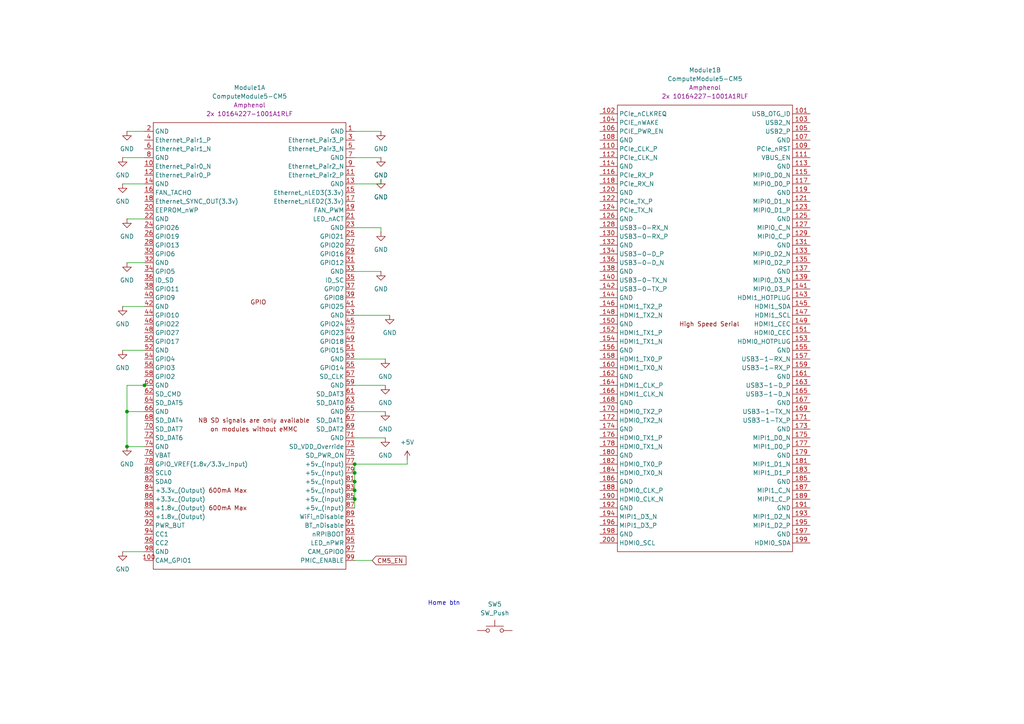
<source format=kicad_sch>
(kicad_sch (version 20250114) (generator "eeschema") (generator_version "9.0")
  (paper "A4")
  (lib_symbols
    (symbol "CM5_HighSpeedBreakout:ComputeModule5-CM5"
      (property "Reference" "Module" (at 113.03 -68.58 0))
      (property "Value" "ComputeModule5-CM5" (at 140.97 2.54 0))
      (property "Field4" "Amphenol" (at 0 0 0))
      (property "Field5" "2x 10164227-1001A1RLF" (at 0 -2.54 0))
      (symbol "ComputeModule5-CM5_1_0"
        (text "GPIO" (at 0 6.35 0) (effects (font (size 1.27 1.27))))
      )
      (symbol "ComputeModule5-CM5_1_1"
        (rectangle (start -30.48 -71.12) (end 25.4 58.42))
        (text "600mA Max" (at -8.89 -48.26 0) (effects (font (size 1.27 1.27))))
        (text "600mA Max" (at -8.89 -53.34 0) (effects (font (size 1.27 1.27))))
        (text "NB SD signals are only available" (at -1.27 -27.94 0) (effects (font (size 1.27 1.27))))
        (text "on modules without eMMC" (at -1.27 -30.48 0) (effects (font (size 1.27 1.27))))
        (pin power_in line (at -33.02 55.88 0) (length 2.54) (name "GND") (number "2"))
        (pin passive line (at -33.02 53.34 0) (length 2.54) (name "Ethernet_Pair1_P") (number "4"))
        (pin passive line (at -33.02 50.8 0) (length 2.54) (name "Ethernet_Pair1_N") (number "6"))
        (pin power_in line (at -33.02 48.26 0) (length 2.54) (name "GND") (number "8"))
        (pin passive line (at -33.02 45.72 0) (length 2.54) (name "Ethernet_Pair0_N") (number "10"))
        (pin passive line (at -33.02 43.18 0) (length 2.54) (name "Ethernet_Pair0_P") (number "12"))
        (pin power_in line (at -33.02 40.64 0) (length 2.54) (name "GND") (number "14"))
        (pin input line (at -33.02 38.1 0) (length 2.54) (name "FAN_TACHO") (number "16"))
        (pin input line (at -33.02 35.56 0) (length 2.54) (name "Ethernet_SYNC_OUT(3.3v)") (number "18"))
        (pin passive line (at -33.02 33.02 0) (length 2.54) (name "EEPROM_nWP") (number "20"))
        (pin power_in line (at -33.02 30.48 0) (length 2.54) (name "GND") (number "22"))
        (pin passive line (at -33.02 27.94 0) (length 2.54) (name "GPIO26") (number "24"))
        (pin passive line (at -33.02 25.4 0) (length 2.54) (name "GPIO19") (number "26"))
        (pin passive line (at -33.02 22.86 0) (length 2.54) (name "GPIO13") (number "28"))
        (pin passive line (at -33.02 20.32 0) (length 2.54) (name "GPIO6") (number "30"))
        (pin power_in line (at -33.02 17.78 0) (length 2.54) (name "GND") (number "32"))
        (pin passive line (at -33.02 15.24 0) (length 2.54) (name "GPIO5") (number "34"))
        (pin passive line (at -33.02 12.7 0) (length 2.54) (name "ID_SD") (number "36"))
        (pin passive line (at -33.02 10.16 0) (length 2.54) (name "GPIO11") (number "38"))
        (pin passive line (at -33.02 7.62 0) (length 2.54) (name "GPIO9") (number "40"))
        (pin power_in line (at -33.02 5.08 0) (length 2.54) (name "GND") (number "42"))
        (pin passive line (at -33.02 2.54 0) (length 2.54) (name "GPIO10") (number "44"))
        (pin passive line (at -33.02 0 0) (length 2.54) (name "GPIO22") (number "46"))
        (pin passive line (at -33.02 -2.54 0) (length 2.54) (name "GPIO27") (number "48"))
        (pin passive line (at -33.02 -5.08 0) (length 2.54) (name "GPIO17") (number "50"))
        (pin power_in line (at -33.02 -7.62 0) (length 2.54) (name "GND") (number "52"))
        (pin passive line (at -33.02 -10.16 0) (length 2.54) (name "GPIO4") (number "54"))
        (pin passive line (at -33.02 -12.7 0) (length 2.54) (name "GPIO3") (number "56"))
        (pin passive line (at -33.02 -15.24 0) (length 2.54) (name "GPIO2") (number "58"))
        (pin power_in line (at -33.02 -17.78 0) (length 2.54) (name "GND") (number "60"))
        (pin passive line (at -33.02 -20.32 0) (length 2.54) (name "SD_CMD") (number "62"))
        (pin passive line (at -33.02 -22.86 0) (length 2.54) (name "SD_DAT5") (number "64"))
        (pin power_in line (at -33.02 -25.4 0) (length 2.54) (name "GND") (number "66"))
        (pin passive line (at -33.02 -27.94 0) (length 2.54) (name "SD_DAT4") (number "68"))
        (pin passive line (at -33.02 -30.48 0) (length 2.54) (name "SD_DAT7") (number "70"))
        (pin passive line (at -33.02 -33.02 0) (length 2.54) (name "SD_DAT6") (number "72"))
        (pin power_in line (at -33.02 -35.56 0) (length 2.54) (name "GND") (number "74"))
        (pin passive line (at -33.02 -38.1 0) (length 2.54) (name "VBAT") (number "76"))
        (pin power_in line (at -33.02 -40.64 0) (length 2.54) (name "GPIO_VREF(1.8v/3.3v_Input)") (number "78"))
        (pin passive line (at -33.02 -43.18 0) (length 2.54) (name "SCL0") (number "80"))
        (pin passive line (at -33.02 -45.72 0) (length 2.54) (name "SDA0") (number "82"))
        (pin power_out line (at -33.02 -48.26 0) (length 2.54) (name "+3.3v_(Output)") (number "84"))
        (pin passive line (at -33.02 -50.8 0) (length 2.54) (name "+3.3v_(Output)") (number "86"))
        (pin power_out line (at -33.02 -53.34 0) (length 2.54) (name "+1.8v_(Output)") (number "88"))
        (pin passive line (at -33.02 -55.88 0) (length 2.54) (name "+1.8v_(Output)") (number "90"))
        (pin passive line (at -33.02 -58.42 0) (length 2.54) (name "PWR_BUT") (number "92"))
        (pin passive line (at -33.02 -60.96 0) (length 2.54) (name "CC1") (number "94"))
        (pin passive line (at -33.02 -63.5 0) (length 2.54) (name "CC2") (number "96"))
        (pin power_in line (at -33.02 -66.04 0) (length 2.54) (name "GND") (number "98"))
        (pin passive line (at -33.02 -68.58 0) (length 2.54) (name "CAM_GPIO1") (number "100"))
        (pin power_in line (at 27.94 55.88 180) (length 2.54) (name "GND") (number "1"))
        (pin passive line (at 27.94 53.34 180) (length 2.54) (name "Ethernet_Pair3_P") (number "3"))
        (pin passive line (at 27.94 50.8 180) (length 2.54) (name "Ethernet_Pair3_N") (number "5"))
        (pin power_in line (at 27.94 48.26 180) (length 2.54) (name "GND") (number "7"))
        (pin passive line (at 27.94 45.72 180) (length 2.54) (name "Ethernet_Pair2_N") (number "9"))
        (pin passive line (at 27.94 43.18 180) (length 2.54) (name "Ethernet_Pair2_P") (number "11"))
        (pin power_in line (at 27.94 40.64 180) (length 2.54) (name "GND") (number "13"))
        (pin output line (at 27.94 38.1 180) (length 2.54) (name "Ethernet_nLED3(3.3v)") (number "15"))
        (pin output line (at 27.94 35.56 180) (length 2.54) (name "Ethernet_nLED2(3.3v)") (number "17"))
        (pin output line (at 27.94 33.02 180) (length 2.54) (name "FAN_PWM") (number "19"))
        (pin open_collector line (at 27.94 30.48 180) (length 2.54) (name "LED_nACT") (number "21"))
        (pin power_in line (at 27.94 27.94 180) (length 2.54) (name "GND") (number "23"))
        (pin passive line (at 27.94 25.4 180) (length 2.54) (name "GPIO21") (number "25"))
        (pin passive line (at 27.94 22.86 180) (length 2.54) (name "GPIO20") (number "27"))
        (pin passive line (at 27.94 20.32 180) (length 2.54) (name "GPIO16") (number "29"))
        (pin passive line (at 27.94 17.78 180) (length 2.54) (name "GPIO12") (number "31"))
        (pin power_in line (at 27.94 15.24 180) (length 2.54) (name "GND") (number "33"))
        (pin passive line (at 27.94 12.7 180) (length 2.54) (name "ID_SC") (number "35"))
        (pin passive line (at 27.94 10.16 180) (length 2.54) (name "GPIO7") (number "37"))
        (pin passive line (at 27.94 7.62 180) (length 2.54) (name "GPIO8") (number "39"))
        (pin passive line (at 27.94 5.08 180) (length 2.54) (name "GPIO25") (number "41"))
        (pin power_in line (at 27.94 2.54 180) (length 2.54) (name "GND") (number "43"))
        (pin passive line (at 27.94 0 180) (length 2.54) (name "GPIO24") (number "45"))
        (pin passive line (at 27.94 -2.54 180) (length 2.54) (name "GPIO23") (number "47"))
        (pin passive line (at 27.94 -5.08 180) (length 2.54) (name "GPIO18") (number "49"))
        (pin passive line (at 27.94 -7.62 180) (length 2.54) (name "GPIO15") (number "51"))
        (pin power_in line (at 27.94 -10.16 180) (length 2.54) (name "GND") (number "53"))
        (pin passive line (at 27.94 -12.7 180) (length 2.54) (name "GPIO14") (number "55"))
        (pin passive line (at 27.94 -15.24 180) (length 2.54) (name "SD_CLK") (number "57"))
        (pin power_in line (at 27.94 -17.78 180) (length 2.54) (name "GND") (number "59"))
        (pin passive line (at 27.94 -20.32 180) (length 2.54) (name "SD_DAT3") (number "61"))
        (pin passive line (at 27.94 -22.86 180) (length 2.54) (name "SD_DAT0") (number "63"))
        (pin power_in line (at 27.94 -25.4 180) (length 2.54) (name "GND") (number "65"))
        (pin passive line (at 27.94 -27.94 180) (length 2.54) (name "SD_DAT1") (number "67"))
        (pin passive line (at 27.94 -30.48 180) (length 2.54) (name "SD_DAT2") (number "69"))
        (pin power_in line (at 27.94 -33.02 180) (length 2.54) (name "GND") (number "71"))
        (pin input line (at 27.94 -35.56 180) (length 2.54) (name "SD_VDD_Override") (number "73"))
        (pin output line (at 27.94 -38.1 180) (length 2.54) (name "SD_PWR_ON") (number "75"))
        (pin power_in line (at 27.94 -40.64 180) (length 2.54) (name "+5v_(Input)") (number "77"))
        (pin power_in line (at 27.94 -43.18 180) (length 2.54) (name "+5v_(Input)") (number "79"))
        (pin power_in line (at 27.94 -45.72 180) (length 2.54) (name "+5v_(Input)") (number "81"))
        (pin power_in line (at 27.94 -48.26 180) (length 2.54) (name "+5v_(Input)") (number "83"))
        (pin power_in line (at 27.94 -50.8 180) (length 2.54) (name "+5v_(Input)") (number "85"))
        (pin power_in line (at 27.94 -53.34 180) (length 2.54) (name "+5v_(Input)") (number "87"))
        (pin input line (at 27.94 -55.88 180) (length 2.54) (name "WiFi_nDisable") (number "89"))
        (pin input line (at 27.94 -58.42 180) (length 2.54) (name "BT_nDisable") (number "91"))
        (pin input line (at 27.94 -60.96 180) (length 2.54) (name "nRPIBOOT") (number "93"))
        (pin output line (at 27.94 -63.5 180) (length 2.54) (name "LED_nPWR") (number "95"))
        (pin passive line (at 27.94 -66.04 180) (length 2.54) (name "CAM_GPIO0") (number "97"))
        (pin input line (at 27.94 -68.58 180) (length 2.54) (name "PMIC_ENABLE") (number "99"))
      )
      (symbol "ComputeModule5-CM5_2_1"
        (rectangle (start 114.3 -66.04) (end 165.1 63.5))
        (text "High Speed Serial" (at 140.97 0 0) (effects (font (size 1.27 1.27))))
        (pin input line (at 109.22 60.96 0) (length 5.08) (name "PCIe_nCLKREQ") (number "102"))
        (pin input line (at 109.22 58.42 0) (length 5.08) (name "PCIE_nWAKE") (number "104"))
        (pin output line (at 109.22 55.88 0) (length 5.08) (name "PCIE_PWR_EN") (number "106"))
        (pin power_in line (at 109.22 53.34 0) (length 5.08) (name "GND") (number "108"))
        (pin output line (at 109.22 50.8 0) (length 5.08) (name "PCIe_CLK_P") (number "110"))
        (pin output line (at 109.22 48.26 0) (length 5.08) (name "PCIe_CLK_N") (number "112"))
        (pin power_in line (at 109.22 45.72 0) (length 5.08) (name "GND") (number "114"))
        (pin input line (at 109.22 43.18 0) (length 5.08) (name "PCIe_RX_P") (number "116"))
        (pin input line (at 109.22 40.64 0) (length 5.08) (name "PCIe_RX_N") (number "118"))
        (pin power_in line (at 109.22 38.1 0) (length 5.08) (name "GND") (number "120"))
        (pin output line (at 109.22 35.56 0) (length 5.08) (name "PCIe_TX_P") (number "122"))
        (pin output line (at 109.22 33.02 0) (length 5.08) (name "PCIe_TX_N") (number "124"))
        (pin power_in line (at 109.22 30.48 0) (length 5.08) (name "GND") (number "126"))
        (pin input line (at 109.22 27.94 0) (length 5.08) (name "USB3-0-RX_N") (number "128"))
        (pin input line (at 109.22 25.4 0) (length 5.08) (name "USB3-0-RX_P") (number "130"))
        (pin power_in line (at 109.22 22.86 0) (length 5.08) (name "GND") (number "132"))
        (pin passive line (at 109.22 20.32 0) (length 5.08) (name "USB3-0-D_P") (number "134"))
        (pin passive line (at 109.22 17.78 0) (length 5.08) (name "USB3-0-D_N") (number "136"))
        (pin power_in line (at 109.22 15.24 0) (length 5.08) (name "GND") (number "138"))
        (pin output line (at 109.22 12.7 0) (length 5.08) (name "USB3-0-TX_N") (number "140"))
        (pin output line (at 109.22 10.16 0) (length 5.08) (name "USB3-0-TX_P") (number "142"))
        (pin power_in line (at 109.22 7.62 0) (length 5.08) (name "GND") (number "144"))
        (pin output line (at 109.22 5.08 0) (length 5.08) (name "HDMI1_TX2_P") (number "146"))
        (pin output line (at 109.22 2.54 0) (length 5.08) (name "HDMI1_TX2_N") (number "148"))
        (pin power_in line (at 109.22 0 0) (length 5.08) (name "GND") (number "150"))
        (pin output line (at 109.22 -2.54 0) (length 5.08) (name "HDMI1_TX1_P") (number "152"))
        (pin output line (at 109.22 -5.08 0) (length 5.08) (name "HDMI1_TX1_N") (number "154"))
        (pin power_in line (at 109.22 -7.62 0) (length 5.08) (name "GND") (number "156"))
        (pin output line (at 109.22 -10.16 0) (length 5.08) (name "HDMI1_TX0_P") (number "158"))
        (pin output line (at 109.22 -12.7 0) (length 5.08) (name "HDMI1_TX0_N") (number "160"))
        (pin power_in line (at 109.22 -15.24 0) (length 5.08) (name "GND") (number "162"))
        (pin output line (at 109.22 -17.78 0) (length 5.08) (name "HDMI1_CLK_P") (number "164"))
        (pin output line (at 109.22 -20.32 0) (length 5.08) (name "HDMI1_CLK_N") (number "166"))
        (pin power_in line (at 109.22 -22.86 0) (length 5.08) (name "GND") (number "168"))
        (pin output line (at 109.22 -25.4 0) (length 5.08) (name "HDMI0_TX2_P") (number "170"))
        (pin output line (at 109.22 -27.94 0) (length 5.08) (name "HDMI0_TX2_N") (number "172"))
        (pin power_in line (at 109.22 -30.48 0) (length 5.08) (name "GND") (number "174"))
        (pin output line (at 109.22 -33.02 0) (length 5.08) (name "HDMI0_TX1_P") (number "176"))
        (pin output line (at 109.22 -35.56 0) (length 5.08) (name "HDMI0_TX1_N") (number "178"))
        (pin power_in line (at 109.22 -38.1 0) (length 5.08) (name "GND") (number "180"))
        (pin output line (at 109.22 -40.64 0) (length 5.08) (name "HDMI0_TX0_P") (number "182"))
        (pin output line (at 109.22 -43.18 0) (length 5.08) (name "HDMI0_TX0_N") (number "184"))
        (pin power_in line (at 109.22 -45.72 0) (length 5.08) (name "GND") (number "186"))
        (pin output line (at 109.22 -48.26 0) (length 5.08) (name "HDMI0_CLK_P") (number "188"))
        (pin output line (at 109.22 -50.8 0) (length 5.08) (name "HDMI0_CLK_N") (number "190"))
        (pin power_in line (at 109.22 -53.34 0) (length 5.08) (name "GND") (number "192"))
        (pin output line (at 109.22 -55.88 0) (length 5.08) (name "MIPI1_D3_N") (number "194"))
        (pin output line (at 109.22 -58.42 0) (length 5.08) (name "MIPI1_D3_P") (number "196"))
        (pin power_in line (at 109.22 -60.96 0) (length 5.08) (name "GND") (number "198"))
        (pin open_collector line (at 109.22 -63.5 0) (length 5.08) (name "HDMI0_SCL") (number "200"))
        (pin input line (at 170.18 60.96 180) (length 5.08) (name "USB_OTG_ID") (number "101"))
        (pin passive line (at 170.18 58.42 180) (length 5.08) (name "USB2_N") (number "103"))
        (pin passive line (at 170.18 55.88 180) (length 5.08) (name "USB2_P") (number "105"))
        (pin power_in line (at 170.18 53.34 180) (length 5.08) (name "GND") (number "107"))
        (pin output line (at 170.18 50.8 180) (length 5.08) (name "PCIe_nRST") (number "109"))
        (pin output line (at 170.18 48.26 180) (length 5.08) (name "VBUS_EN") (number "111"))
        (pin power_in line (at 170.18 45.72 180) (length 5.08) (name "GND") (number "113"))
        (pin input line (at 170.18 43.18 180) (length 5.08) (name "MIPI0_D0_N") (number "115"))
        (pin input line (at 170.18 40.64 180) (length 5.08) (name "MIPI0_D0_P") (number "117"))
        (pin power_in line (at 170.18 38.1 180) (length 5.08) (name "GND") (number "119"))
        (pin input line (at 170.18 35.56 180) (length 5.08) (name "MIPI0_D1_N") (number "121"))
        (pin input line (at 170.18 33.02 180) (length 5.08) (name "MIPI0_D1_P") (number "123"))
        (pin power_in line (at 170.18 30.48 180) (length 5.08) (name "GND") (number "125"))
        (pin input line (at 170.18 27.94 180) (length 5.08) (name "MIPI0_C_N") (number "127"))
        (pin input line (at 170.18 25.4 180) (length 5.08) (name "MIPI0_C_P") (number "129"))
        (pin power_in line (at 170.18 22.86 180) (length 5.08) (name "GND") (number "131"))
        (pin input line (at 170.18 20.32 180) (length 5.08) (name "MIPI0_D2_N") (number "133"))
        (pin input line (at 170.18 17.78 180) (length 5.08) (name "MIPI0_D2_P") (number "135"))
        (pin power_in line (at 170.18 15.24 180) (length 5.08) (name "GND") (number "137"))
        (pin input line (at 170.18 12.7 180) (length 5.08) (name "MIPI0_D3_N") (number "139"))
        (pin input line (at 170.18 10.16 180) (length 5.08) (name "MIPI0_D3_P") (number "141"))
        (pin input line (at 170.18 7.62 180) (length 5.08) (name "HDMI1_HOTPLUG") (number "143"))
        (pin bidirectional line (at 170.18 5.08 180) (length 5.08) (name "HDMI1_SDA") (number "145"))
        (pin open_collector line (at 170.18 2.54 180) (length 5.08) (name "HDMI1_SCL") (number "147"))
        (pin open_collector line (at 170.18 0 180) (length 5.08) (name "HDMI1_CEC") (number "149"))
        (pin open_collector line (at 170.18 -2.54 180) (length 5.08) (name "HDMI0_CEC") (number "151"))
        (pin input line (at 170.18 -5.08 180) (length 5.08) (name "HDMI0_HOTPLUG") (number "153"))
        (pin power_in line (at 170.18 -7.62 180) (length 5.08) (name "GND") (number "155"))
        (pin input line (at 170.18 -10.16 180) (length 5.08) (name "USB3-1-RX_N") (number "157"))
        (pin input line (at 170.18 -12.7 180) (length 5.08) (name "USB3-1-RX_P") (number "159"))
        (pin power_in line (at 170.18 -15.24 180) (length 5.08) (name "GND") (number "161"))
        (pin passive line (at 170.18 -17.78 180) (length 5.08) (name "USB3-1-D_P") (number "163"))
        (pin passive line (at 170.18 -20.32 180) (length 5.08) (name "USB3-1-D_N") (number "165"))
        (pin power_in line (at 170.18 -22.86 180) (length 5.08) (name "GND") (number "167"))
        (pin output line (at 170.18 -25.4 180) (length 5.08) (name "USB3-1-TX_N") (number "169"))
        (pin output line (at 170.18 -27.94 180) (length 5.08) (name "USB3-1-TX_P") (number "171"))
        (pin power_in line (at 170.18 -30.48 180) (length 5.08) (name "GND") (number "173"))
        (pin output line (at 170.18 -33.02 180) (length 5.08) (name "MIPI1_D0_N") (number "175"))
        (pin output line (at 170.18 -35.56 180) (length 5.08) (name "MIPI1_D0_P") (number "177"))
        (pin power_in line (at 170.18 -38.1 180) (length 5.08) (name "GND") (number "179"))
        (pin output line (at 170.18 -40.64 180) (length 5.08) (name "MIPI1_D1_N") (number "181"))
        (pin output line (at 170.18 -43.18 180) (length 5.08) (name "MIPI1_D1_P") (number "183"))
        (pin power_in line (at 170.18 -45.72 180) (length 5.08) (name "GND") (number "185"))
        (pin output line (at 170.18 -48.26 180) (length 5.08) (name "MIPI1_C_N") (number "187"))
        (pin output line (at 170.18 -50.8 180) (length 5.08) (name "MIPI1_C_P") (number "189"))
        (pin power_in line (at 170.18 -53.34 180) (length 5.08) (name "GND") (number "191"))
        (pin output line (at 170.18 -55.88 180) (length 5.08) (name "MIPI1_D2_N") (number "193"))
        (pin output line (at 170.18 -58.42 180) (length 5.08) (name "MIPI1_D2_P") (number "195"))
        (pin power_in line (at 170.18 -60.96 180) (length 5.08) (name "GND") (number "197"))
        (pin bidirectional line (at 170.18 -63.5 180) (length 5.08) (name "HDMI0_SDA") (number "199"))
      )
    )
    (symbol "CM5_HighSpeedBreakout:SW_Push" (pin_numbers (hide yes)) (pin_names (offset 1.016) (hide yes))
      (property "Reference" "SW" (at 1.27 2.54 0))
      (property "Value" "SW_Push" (at 0 -1.524 0))
      (symbol "SW_Push_0_1"
        (circle (center -2.032 0) (radius 0.508))
        (polyline (pts (xy 0 1.27) (xy 0 3.048)))
        (circle (center 2.032 0) (radius 0.508))
        (polyline (pts (xy 2.54 1.27) (xy -2.54 1.27)))
        (pin passive line (at -5.08 0 0) (length 2.54) (name "1") (number "1"))
        (pin passive line (at 5.08 0 180) (length 2.54) (name "2") (number "2"))
      )
    )
    (symbol "power:+5V" (power) (pin_numbers (hide yes)) (pin_names (offset 0) (hide yes))
      (property "Value" "+5V" (at 0 3.556 0))
      (symbol "+5V_0_1"
        (polyline (pts (xy -0.762 1.27) (xy 0 2.54)))
        (polyline (pts (xy 0 2.54) (xy 0.762 1.27)))
        (polyline (pts (xy 0 0) (xy 0 2.54)))
      )
      (symbol "+5V_1_1"
        (pin power_in line (at 0 0 90) (length 0) (name "~") (number "1"))
      )
    )
    (symbol "power:GND" (power) (pin_numbers (hide yes)) (pin_names (offset 0) (hide yes))
      (property "Value" "GND" (at 0 -3.81 0))
      (symbol "GND_0_1"
        (polyline (pts (xy 0 0) (xy 0 -1.27) (xy 1.27 -1.27) (xy 0 -2.54) (xy -1.27 -1.27) (xy 0 -1.27)))
      )
      (symbol "GND_1_1"
        (pin power_in line (at 0 0 270) (length 0) (name "~") (number "1"))
      )
    )
  )
  (text "Home btn" (at 128.778 175.006 0) (effects (font (size 1.27 1.27))))
  (junction (at 102.87 134.62))
  (junction (at 36.83 119.38))
  (junction (at 102.87 137.16))
  (junction (at 41.91 111.76))
  (junction (at 36.83 129.54))
  (junction (at 102.87 144.78))
  (junction (at 102.87 142.24))
  (junction (at 102.87 139.7))
  (wire (pts (xy 102.87 91.44) (xy 113.03 91.44)))
  (wire (pts (xy 102.87 119.38) (xy 111.76 119.38)))
  (wire (pts (xy 102.87 134.62) (xy 102.87 137.16)))
  (wire (pts (xy 36.83 119.38) (xy 36.83 129.54)))
  (wire (pts (xy 102.87 78.74) (xy 110.49 78.74)))
  (wire (pts (xy 102.87 127) (xy 111.76 127)))
  (wire (pts (xy 35.56 45.72) (xy 41.91 45.72)))
  (wire (pts (xy 35.56 101.6) (xy 41.91 101.6)))
  (wire (pts (xy 36.83 76.2) (xy 41.91 76.2)))
  (wire (pts (xy 41.91 111.76) (xy 43.18 111.76)))
  (wire (pts (xy 110.49 53.34) (xy 110.49 52.07)))
  (wire (pts (xy 102.87 139.7) (xy 102.87 142.24)))
  (wire (pts (xy 35.56 53.34) (xy 41.91 53.34)))
  (wire (pts (xy 110.49 66.04) (xy 110.49 67.31)))
  (wire (pts (xy 102.87 104.14) (xy 111.76 104.14)))
  (wire (pts (xy 41.91 88.9) (xy 35.56 88.9)))
  (wire (pts (xy 36.83 63.5) (xy 41.91 63.5)))
  (wire (pts (xy 102.87 45.72) (xy 110.49 45.72)))
  (wire (pts (xy 102.87 137.16) (xy 102.87 139.7)))
  (wire (pts (xy 36.83 111.76) (xy 36.83 119.38)))
  (wire (pts (xy 36.83 38.1) (xy 41.91 38.1)))
  (wire (pts (xy 36.83 119.38) (xy 41.91 119.38)))
  (wire (pts (xy 35.56 160.02) (xy 41.91 160.02)))
  (wire (pts (xy 102.87 111.76) (xy 111.76 111.76)))
  (wire (pts (xy 36.83 129.54) (xy 41.91 129.54)))
  (wire (pts (xy 102.87 66.04) (xy 110.49 66.04)))
  (wire (pts (xy 118.11 134.62) (xy 118.11 133.35)))
  (wire (pts (xy 102.87 134.62) (xy 118.11 134.62)))
  (wire (pts (xy 36.83 111.76) (xy 41.91 111.76)))
  (wire (pts (xy 102.87 142.24) (xy 102.87 144.78)))
  (wire (pts (xy 102.87 38.1) (xy 110.49 38.1)))
  (wire (pts (xy 102.87 162.56) (xy 107.95 162.56)))
  (wire (pts (xy 102.87 53.34) (xy 110.49 53.34)))
  (wire (pts (xy 102.87 144.78) (xy 102.87 147.32)))
  (global_label "CM5_EN" (shape input) (at 107.95 162.56 0) (property "Intersheetrefs" "${INTERSHEET_REFS}" (effects (hide yes))))
  (symbol (lib_id "CM5_HighSpeedBreakout:ComputeModule5-CM5") (at 74.93 93.98 0) (unit 1)
    (property "Reference" "Module1" (at 72.39 25.4 0))
    (property "Value" "ComputeModule5-CM5" (at 72.39 27.94 0))
    (property "Footprint" "CM5IO:Raspberry-Pi-5-Compute-Module" (effects (hide yes)))
    (property "Description" "RaspberryPi Compute module 5" (effects (hide yes)))
    (property "Field4" "Amphenol" (at 72.39 30.48 0))
    (property "Field5" "2x 10164227-1001A1RLF" (at 72.39 33.02 0))
  )
  (symbol (lib_id "power:GND") (at 110.49 38.1 0) (unit 1)
    (property "Reference" "#PWR03" (effects (hide yes)))
    (property "Value" "GND" (at 110.49 43.18 0))
    (property "Description" "Power symbol creates a global label with name \"GND\" , ground" (effects (hide yes)))
  )
  (symbol (lib_id "power:GND") (at 111.76 104.14 0) (unit 1)
    (property "Reference" "#PWR09" (effects (hide yes)))
    (property "Value" "GND" (at 111.76 109.22 0))
    (property "Description" "Power symbol creates a global label with name \"GND\" , ground" (effects (hide yes)))
  )
  (symbol (lib_id "power:GND") (at 35.56 101.6 0) (unit 1)
    (property "Reference" "#PWR016" (effects (hide yes)))
    (property "Value" "GND" (at 35.56 106.68 0))
    (property "Description" "Power symbol creates a global label with name \"GND\" , ground" (effects (hide yes)))
  )
  (symbol (lib_id "power:GND") (at 35.56 53.34 0) (unit 1)
    (property "Reference" "#PWR020" (effects (hide yes)))
    (property "Value" "GND" (at 35.56 58.42 0))
    (property "Description" "Power symbol creates a global label with name \"GND\" , ground" (effects (hide yes)))
  )
  (symbol (lib_id "power:GND") (at 35.56 45.72 0) (unit 1)
    (property "Reference" "#PWR02" (effects (hide yes)))
    (property "Value" "GND" (at 35.56 50.8 0))
    (property "Description" "Power symbol creates a global label with name \"GND\" , ground" (effects (hide yes)))
  )
  (symbol (lib_id "CM5_HighSpeedBreakout:ComputeModule5-CM5") (at 64.77 93.98 0) (unit 2)
    (property "Reference" "Module1" (at 204.47 20.32 0))
    (property "Value" "ComputeModule5-CM5" (at 204.47 22.86 0))
    (property "Footprint" "CM5IO:Raspberry-Pi-5-Compute-Module" (effects (hide yes)))
    (property "Description" "RaspberryPi Compute module 5" (effects (hide yes)))
    (property "Field4" "Amphenol" (at 204.47 25.4 0))
    (property "Field5" "2x 10164227-1001A1RLF" (at 204.47 27.94 0))
  )
  (symbol (lib_id "power:GND") (at 110.49 52.07 0) (unit 1)
    (property "Reference" "#PWR05" (effects (hide yes)))
    (property "Value" "GND" (at 110.49 57.15 0))
    (property "Description" "Power symbol creates a global label with name \"GND\" , ground" (effects (hide yes)))
  )
  (symbol (lib_id "power:GND") (at 36.83 38.1 0) (unit 1)
    (property "Reference" "#PWR01" (effects (hide yes)))
    (property "Value" "GND" (at 36.83 43.18 0))
    (property "Description" "Power symbol creates a global label with name \"GND\" , ground" (effects (hide yes)))
  )
  (symbol (lib_id "power:GND") (at 36.83 129.54 0) (unit 1)
    (property "Reference" "#PWR014" (effects (hide yes)))
    (property "Value" "GND" (at 36.83 134.62 0))
    (property "Description" "Power symbol creates a global label with name \"GND\" , ground" (effects (hide yes)))
  )
  (symbol (lib_id "power:GND") (at 35.56 88.9 0) (unit 1)
    (property "Reference" "#PWR017" (effects (hide yes)))
    (property "Value" "GND" (at 35.56 93.98 0))
    (property "Description" "Power symbol creates a global label with name \"GND\" , ground" (effects (hide yes)))
  )
  (symbol (lib_id "power:GND") (at 111.76 127 0) (unit 1)
    (property "Reference" "#PWR012" (effects (hide yes)))
    (property "Value" "GND" (at 111.76 132.08 0))
    (property "Description" "Power symbol creates a global label with name \"GND\" , ground" (effects (hide yes)))
  )
  (symbol (lib_id "power:+5V") (at 118.11 133.35 0) (unit 1)
    (property "Reference" "#PWR015" (effects (hide yes)))
    (property "Value" "+5V" (at 118.11 128.27 0))
    (property "Description" "Power symbol creates a global label with name \"+5V\"" (effects (hide yes)))
  )
  (symbol (lib_id "power:GND") (at 111.76 119.38 0) (unit 1)
    (property "Reference" "#PWR011" (effects (hide yes)))
    (property "Value" "GND" (at 111.76 124.46 0))
    (property "Description" "Power symbol creates a global label with name \"GND\" , ground" (effects (hide yes)))
  )
  (symbol (lib_id "power:GND") (at 110.49 78.74 0) (unit 1)
    (property "Reference" "#PWR07" (effects (hide yes)))
    (property "Value" "GND" (at 110.49 83.82 0))
    (property "Description" "Power symbol creates a global label with name \"GND\" , ground" (effects (hide yes)))
  )
  (symbol (lib_id "power:GND") (at 35.56 160.02 0) (unit 1)
    (property "Reference" "#PWR013" (effects (hide yes)))
    (property "Value" "GND" (at 35.56 165.1 0))
    (property "Description" "Power symbol creates a global label with name \"GND\" , ground" (effects (hide yes)))
  )
  (symbol (lib_id "power:GND") (at 110.49 67.31 0) (unit 1)
    (property "Reference" "#PWR06" (effects (hide yes)))
    (property "Value" "GND" (at 110.49 72.39 0))
    (property "Description" "Power symbol creates a global label with name \"GND\" , ground" (effects (hide yes)))
  )
  (symbol (lib_id "power:GND") (at 113.03 91.44 0) (unit 1)
    (property "Reference" "#PWR08" (effects (hide yes)))
    (property "Value" "GND" (at 113.03 96.52 0))
    (property "Description" "Power symbol creates a global label with name \"GND\" , ground" (effects (hide yes)))
  )
  (symbol (lib_id "CM5_HighSpeedBreakout:SW_Push") (at 143.51 182.88 0) (unit 1)
    (property "Reference" "SW5" (at 143.51 175.26 0))
    (property "Value" "SW_Push" (at 143.51 177.8 0))
    (property "Description" "Push button switch, generic, two pins" (effects (hide yes)))
  )
  (symbol (lib_id "power:GND") (at 36.83 76.2 0) (unit 1)
    (property "Reference" "#PWR018" (effects (hide yes)))
    (property "Value" "GND" (at 36.83 81.28 0))
    (property "Description" "Power symbol creates a global label with name \"GND\" , ground" (effects (hide yes)))
  )
  (symbol (lib_id "power:GND") (at 36.83 63.5 0) (unit 1)
    (property "Reference" "#PWR019" (effects (hide yes)))
    (property "Value" "GND" (at 36.83 68.58 0))
    (property "Description" "Power symbol creates a global label with name \"GND\" , ground" (effects (hide yes)))
  )
  (symbol (lib_id "power:GND") (at 110.49 45.72 0) (unit 1)
    (property "Reference" "#PWR04" (effects (hide yes)))
    (property "Value" "GND" (at 110.49 50.8 0))
    (property "Description" "Power symbol creates a global label with name \"GND\" , ground" (effects (hide yes)))
  )
  (symbol (lib_id "power:GND") (at 111.76 111.76 0) (unit 1)
    (property "Reference" "#PWR010" (effects (hide yes)))
    (property "Value" "GND" (at 111.76 116.84 0))
    (property "Description" "Power symbol creates a global label with name \"GND\" , ground" (effects (hide yes)))
  )
)
</source>
